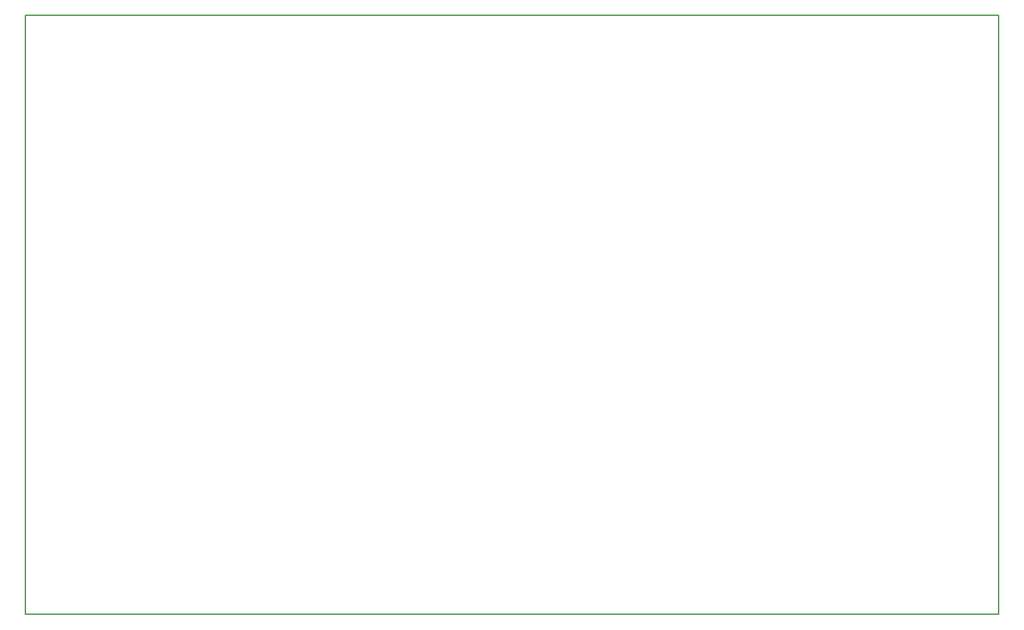
<source format=gm1>
G04*
G04 #@! TF.GenerationSoftware,Altium Limited,Altium Designer,21.6.1 (37)*
G04*
G04 Layer_Color=16711935*
%FSLAX44Y44*%
%MOMM*%
G71*
G04*
G04 #@! TF.SameCoordinates,3233E1FD-44FA-4E4D-806F-7065AC5E4394*
G04*
G04*
G04 #@! TF.FilePolarity,Positive*
G04*
G01*
G75*
%ADD16C,0.2000*%
D16*
X0Y0D02*
X1300000D01*
X0D02*
Y800000D01*
X1300000Y0D02*
Y800000D01*
X0D02*
X1300000D01*
M02*

</source>
